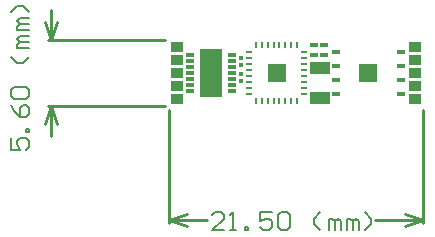
<source format=gts>
%FSLAX42Y42*%
%MOMM*%
G71*
G01*
G75*
G04 Layer_Color=8388736*
%ADD10C,0.11*%
%ADD11C,0.17*%
%ADD12C,0.14*%
%ADD13C,0.20*%
%ADD14R,1.00X0.82*%
%ADD15R,0.60X0.40*%
%ADD16R,1.70X1.00*%
%ADD17R,0.25X0.50*%
%ADD18R,0.50X0.25*%
%ADD19R,1.50X1.50*%
%ADD20R,0.40X0.40*%
%ADD21R,1.80X4.00*%
%ADD22R,0.70X0.28*%
%ADD23R,0.70X0.40*%
%ADD24C,0.25*%
%ADD25C,0.15*%
%ADD26C,0.35*%
%ADD27R,1.00X1.00*%
%ADD28C,0.25*%
%ADD29C,0.10*%
%ADD30C,0.15*%
%ADD31R,1.04X0.86*%
%ADD32R,0.64X0.44*%
%ADD33R,1.74X1.04*%
%ADD34R,0.29X0.54*%
%ADD35R,0.54X0.29*%
%ADD36R,1.54X1.54*%
%ADD37R,0.44X0.44*%
%ADD38R,1.84X4.04*%
%ADD39R,0.74X0.32*%
%ADD40R,0.74X0.44*%
D24*
X4039Y8455D02*
X5032D01*
X4039Y7895D02*
X5032D01*
X4064Y7641D02*
Y7895D01*
Y8455D02*
Y8709D01*
X4013Y7743D02*
X4064Y7895D01*
X4115Y7743D01*
X4064Y8455D02*
X4115Y8607D01*
X4013D02*
X4064Y8455D01*
X7215Y6909D02*
Y7862D01*
X5065Y6909D02*
Y7862D01*
X6813Y6934D02*
X7215D01*
X5065D02*
X5386D01*
X7063Y6985D02*
X7215Y6934D01*
X7063Y6883D02*
X7215Y6934D01*
X5065D02*
X5217Y6883D01*
X5065Y6934D02*
X5217Y6985D01*
D25*
X3729Y7627D02*
Y7525D01*
X3805D01*
X3780Y7576D01*
Y7601D01*
X3805Y7627D01*
X3856D01*
X3881Y7601D01*
Y7550D01*
X3856Y7525D01*
X3881Y7677D02*
X3856D01*
Y7703D01*
X3881D01*
Y7677D01*
X3729Y7906D02*
X3754Y7855D01*
X3805Y7804D01*
X3856D01*
X3881Y7830D01*
Y7880D01*
X3856Y7906D01*
X3830D01*
X3805Y7880D01*
Y7804D01*
X3754Y7957D02*
X3729Y7982D01*
Y8033D01*
X3754Y8058D01*
X3856D01*
X3881Y8033D01*
Y7982D01*
X3856Y7957D01*
X3754D01*
X3881Y8312D02*
X3830Y8261D01*
X3780D01*
X3729Y8312D01*
X3881Y8388D02*
X3780D01*
Y8414D01*
X3805Y8439D01*
X3881D01*
X3805D01*
X3780Y8464D01*
X3805Y8490D01*
X3881D01*
Y8541D02*
X3780D01*
Y8566D01*
X3805Y8591D01*
X3881D01*
X3805D01*
X3780Y8617D01*
X3805Y8642D01*
X3881D01*
Y8693D02*
X3830Y8744D01*
X3780D01*
X3729Y8693D01*
X5528Y6843D02*
X5426D01*
X5528Y6944D01*
Y6970D01*
X5503Y6995D01*
X5452D01*
X5426Y6970D01*
X5579Y6843D02*
X5630D01*
X5604D01*
Y6995D01*
X5579Y6970D01*
X5706Y6843D02*
Y6868D01*
X5731D01*
Y6843D01*
X5706D01*
X5934Y6995D02*
X5833D01*
Y6919D01*
X5884Y6944D01*
X5909D01*
X5934Y6919D01*
Y6868D01*
X5909Y6843D01*
X5858D01*
X5833Y6868D01*
X5985Y6970D02*
X6010Y6995D01*
X6061D01*
X6087Y6970D01*
Y6868D01*
X6061Y6843D01*
X6010D01*
X5985Y6868D01*
Y6970D01*
X6341Y6843D02*
X6290Y6894D01*
Y6944D01*
X6341Y6995D01*
X6417Y6843D02*
Y6944D01*
X6442D01*
X6468Y6919D01*
Y6843D01*
Y6919D01*
X6493Y6944D01*
X6518Y6919D01*
Y6843D01*
X6569D02*
Y6944D01*
X6594D01*
X6620Y6919D01*
Y6843D01*
Y6919D01*
X6645Y6944D01*
X6671Y6919D01*
Y6843D01*
X6721D02*
X6772Y6894D01*
Y6944D01*
X6721Y6995D01*
D31*
X5135Y7955D02*
D03*
Y8065D02*
D03*
Y8175D02*
D03*
Y8285D02*
D03*
Y8395D02*
D03*
X7145Y7955D02*
D03*
Y8065D02*
D03*
Y8175D02*
D03*
Y8285D02*
D03*
Y8395D02*
D03*
D32*
X6380Y8410D02*
D03*
Y8330D02*
D03*
X6295Y8410D02*
D03*
Y8330D02*
D03*
D33*
X6340Y7965D02*
D03*
Y8215D02*
D03*
D34*
X5800Y8410D02*
D03*
X5850D02*
D03*
X5900D02*
D03*
X5950D02*
D03*
X6000D02*
D03*
X6050D02*
D03*
X6100D02*
D03*
X6150D02*
D03*
Y7940D02*
D03*
X6100D02*
D03*
X6050D02*
D03*
X6000D02*
D03*
X5950D02*
D03*
X5900D02*
D03*
X5850D02*
D03*
X5800D02*
D03*
D35*
X6210Y8350D02*
D03*
Y8300D02*
D03*
Y8250D02*
D03*
Y8200D02*
D03*
Y8150D02*
D03*
Y8100D02*
D03*
Y8050D02*
D03*
Y8000D02*
D03*
X5740D02*
D03*
Y8050D02*
D03*
Y8100D02*
D03*
Y8150D02*
D03*
Y8200D02*
D03*
Y8250D02*
D03*
Y8300D02*
D03*
Y8350D02*
D03*
D36*
X5976Y8173D02*
D03*
X6750Y8175D02*
D03*
D37*
X5675Y8165D02*
D03*
Y8105D02*
D03*
X5675Y8300D02*
D03*
Y8240D02*
D03*
D38*
X5420Y8175D02*
D03*
D39*
X5240Y8325D02*
D03*
Y8275D02*
D03*
Y8225D02*
D03*
Y8175D02*
D03*
Y8125D02*
D03*
Y8075D02*
D03*
Y8025D02*
D03*
X5600D02*
D03*
Y8075D02*
D03*
Y8125D02*
D03*
Y8175D02*
D03*
Y8225D02*
D03*
Y8275D02*
D03*
Y8325D02*
D03*
D40*
X6475Y8355D02*
D03*
Y8235D02*
D03*
Y8115D02*
D03*
Y7995D02*
D03*
X7025D02*
D03*
Y8115D02*
D03*
Y8235D02*
D03*
Y8355D02*
D03*
M02*

</source>
